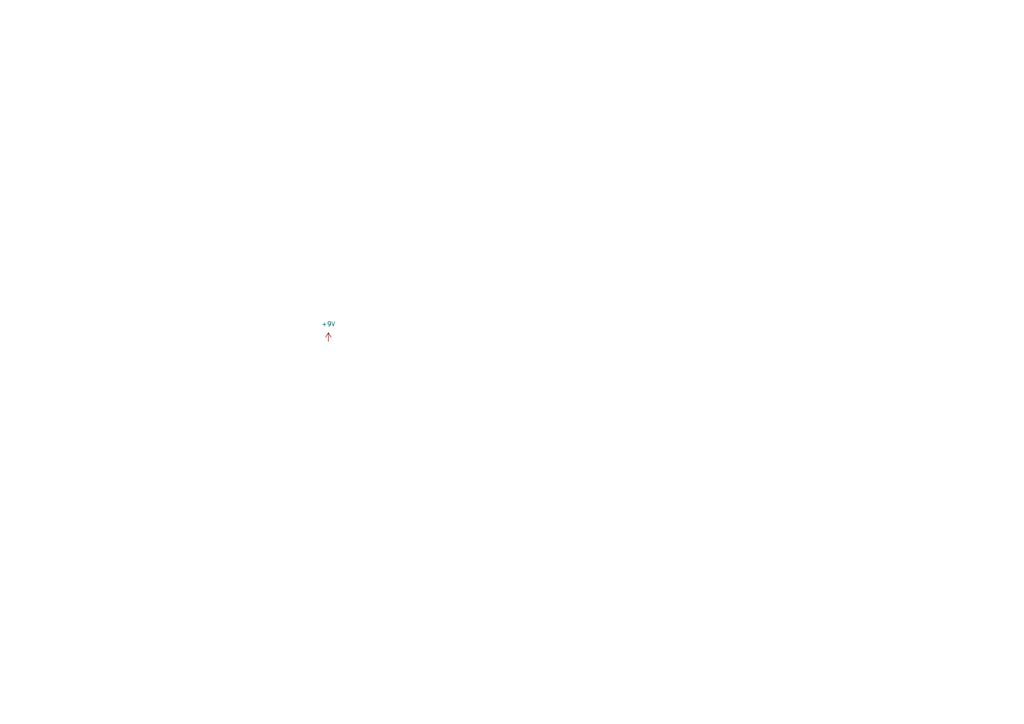
<source format=kicad_sch>
(kicad_sch (version 20211123) (generator eeschema)
  (paper "A4")
  (lib_symbols
    (symbol "power:+9V" (power) (pin_names (offset 0))
      (property "Value" "+9V" (at 0 3.556 0))
      (symbol "+9V_0_1"
        (polyline (pts (xy -0.762 1.27) (xy 0 2.54)))
        (polyline (pts (xy 0 0) (xy 0 2.54)))
        (polyline (pts (xy 0 2.54) (xy 0.762 1.27)))
      )
      (symbol "+9V_1_1"
        (pin power_in line (at 0 0 90) (length 0) hide (name "+9V") (number "1"))
      )
    )
  )
  (symbol (lib_id "power:+9V") (at 95.25 99.06 0) (unit 1)
    (property "Reference" "#PWR?" (effects hide))
    (property "Value" "+9V" (at 95.25 93.98 0))
  )
)
</source>
